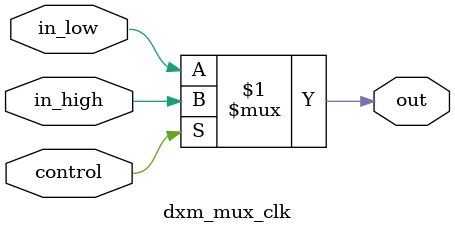
<source format=v>
module dxm_mux_clk (
    in_low,
    in_high,
    control,
    out
    );
   parameter mux_width = 1;
`include "cc_params.inc"    
   input                   control;
   input  [mux_width-1:0]  in_low;
   input  [mux_width-1:0]  in_high;
   output [mux_width-1:0]  out;
   assign        out = control ? in_high : in_low;
endmodule

</source>
